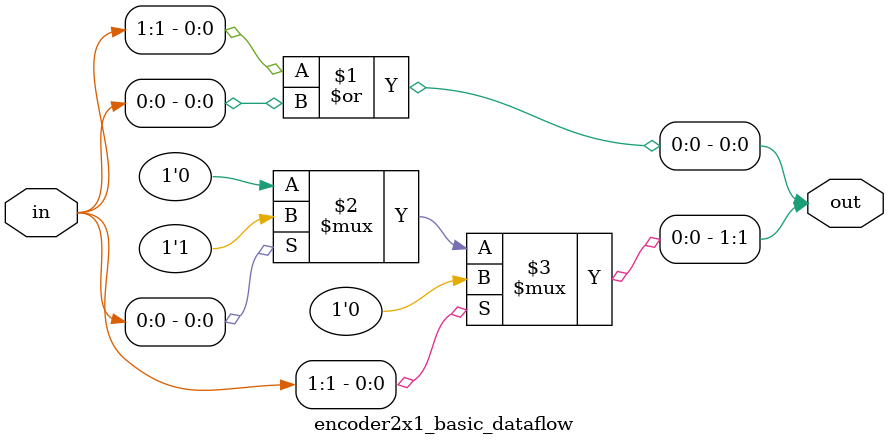
<source format=v>

module encoder2x1_basic_dataflow(input [1:0] in, output [1:0] out);

    assign out[0] = in[1] | in[0];
    assign out[1] = in[1] ? 1'b0 : in[0] ? 1'b1 : 1'b0;

endmodule

</source>
